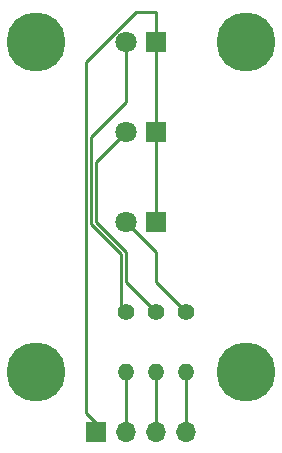
<source format=gbr>
%TF.GenerationSoftware,KiCad,Pcbnew,(6.0.9)*%
%TF.CreationDate,2022-12-01T08:12:18+00:00*%
%TF.ProjectId,Traffic Light,54726166-6669-4632-904c-696768742e6b,rev?*%
%TF.SameCoordinates,Original*%
%TF.FileFunction,Copper,L1,Top*%
%TF.FilePolarity,Positive*%
%FSLAX46Y46*%
G04 Gerber Fmt 4.6, Leading zero omitted, Abs format (unit mm)*
G04 Created by KiCad (PCBNEW (6.0.9)) date 2022-12-01 08:12:18*
%MOMM*%
%LPD*%
G01*
G04 APERTURE LIST*
%TA.AperFunction,ComponentPad*%
%ADD10R,1.800000X1.800000*%
%TD*%
%TA.AperFunction,ComponentPad*%
%ADD11C,1.800000*%
%TD*%
%TA.AperFunction,ComponentPad*%
%ADD12C,1.400000*%
%TD*%
%TA.AperFunction,ComponentPad*%
%ADD13O,1.400000X1.400000*%
%TD*%
%TA.AperFunction,ComponentPad*%
%ADD14C,5.000000*%
%TD*%
%TA.AperFunction,ComponentPad*%
%ADD15R,1.700000X1.700000*%
%TD*%
%TA.AperFunction,ComponentPad*%
%ADD16O,1.700000X1.700000*%
%TD*%
%TA.AperFunction,Conductor*%
%ADD17C,0.250000*%
%TD*%
G04 APERTURE END LIST*
D10*
%TO.P,D2,1,K*%
%TO.N,Net-(D1-Pad1)*%
X157480000Y-83820000D03*
D11*
%TO.P,D2,2,A*%
%TO.N,Net-(D2-Pad2)*%
X154940000Y-83820000D03*
%TD*%
D12*
%TO.P,R1,1*%
%TO.N,Net-(D1-Pad2)*%
X154940000Y-99060000D03*
D13*
%TO.P,R1,2*%
%TO.N,Net-(R1-Pad2)*%
X154940000Y-104140000D03*
%TD*%
D14*
%TO.P,H2,1*%
%TO.N,N/C*%
X165100000Y-76200000D03*
%TD*%
D10*
%TO.P,D3,1,K*%
%TO.N,Net-(D1-Pad1)*%
X157480000Y-91440000D03*
D11*
%TO.P,D3,2,A*%
%TO.N,Net-(D3-Pad2)*%
X154940000Y-91440000D03*
%TD*%
D14*
%TO.P,H3,1*%
%TO.N,N/C*%
X147320000Y-104140000D03*
%TD*%
D12*
%TO.P,R3,1*%
%TO.N,Net-(D3-Pad2)*%
X160020000Y-99060000D03*
D13*
%TO.P,R3,2*%
%TO.N,Net-(J1-Pad4)*%
X160020000Y-104140000D03*
%TD*%
D14*
%TO.P,H1,1*%
%TO.N,N/C*%
X147320000Y-76200000D03*
%TD*%
D10*
%TO.P,D1,1,K*%
%TO.N,Net-(D1-Pad1)*%
X157480000Y-76200000D03*
D11*
%TO.P,D1,2,A*%
%TO.N,Net-(D1-Pad2)*%
X154940000Y-76200000D03*
%TD*%
D12*
%TO.P,R2,1*%
%TO.N,Net-(D2-Pad2)*%
X157480000Y-99060000D03*
D13*
%TO.P,R2,2*%
%TO.N,Net-(J1-Pad3)*%
X157480000Y-104140000D03*
%TD*%
D14*
%TO.P,H4,1*%
%TO.N,N/C*%
X165100000Y-104140000D03*
%TD*%
D15*
%TO.P,J1,1,Pin_1*%
%TO.N,Net-(D1-Pad1)*%
X152400000Y-109220000D03*
D16*
%TO.P,J1,2,Pin_2*%
%TO.N,Net-(R1-Pad2)*%
X154940000Y-109220000D03*
%TO.P,J1,3,Pin_3*%
%TO.N,Net-(J1-Pad3)*%
X157480000Y-109220000D03*
%TO.P,J1,4,Pin_4*%
%TO.N,Net-(J1-Pad4)*%
X160020000Y-109220000D03*
%TD*%
D17*
%TO.N,Net-(D1-Pad1)*%
X157480000Y-83820000D02*
X157480000Y-91440000D01*
X152400000Y-109220000D02*
X152400000Y-108480000D01*
X155747588Y-73660000D02*
X157480000Y-73660000D01*
X157480000Y-73660000D02*
X157480000Y-76200000D01*
X151500000Y-77907588D02*
X155747588Y-73660000D01*
X151500000Y-107580000D02*
X151500000Y-77907588D01*
X157480000Y-76200000D02*
X157480000Y-83820000D01*
X152400000Y-108480000D02*
X151500000Y-107580000D01*
%TO.N,Net-(D1-Pad2)*%
X154490000Y-98610000D02*
X154490000Y-94166396D01*
X154940000Y-99060000D02*
X154490000Y-98610000D01*
X154490000Y-94166396D02*
X151950000Y-91626396D01*
X151950000Y-84270000D02*
X154940000Y-81280000D01*
X151950000Y-91626396D02*
X151950000Y-84270000D01*
X154940000Y-81280000D02*
X154940000Y-76200000D01*
%TO.N,Net-(D2-Pad2)*%
X152400000Y-86360000D02*
X154940000Y-83820000D01*
X154940000Y-93980000D02*
X152400000Y-91440000D01*
X157480000Y-99060000D02*
X154940000Y-96520000D01*
X152400000Y-91440000D02*
X152400000Y-86360000D01*
X154940000Y-96520000D02*
X154940000Y-93980000D01*
%TO.N,Net-(D3-Pad2)*%
X157480000Y-96520000D02*
X157480000Y-93980000D01*
X157480000Y-93980000D02*
X154940000Y-91440000D01*
X160020000Y-99060000D02*
X157480000Y-96520000D01*
%TO.N,Net-(J1-Pad3)*%
X157480000Y-109220000D02*
X157480000Y-104140000D01*
%TO.N,Net-(R1-Pad2)*%
X154940000Y-109220000D02*
X154940000Y-104140000D01*
%TO.N,Net-(J1-Pad4)*%
X160020000Y-109220000D02*
X160020000Y-104140000D01*
%TD*%
M02*

</source>
